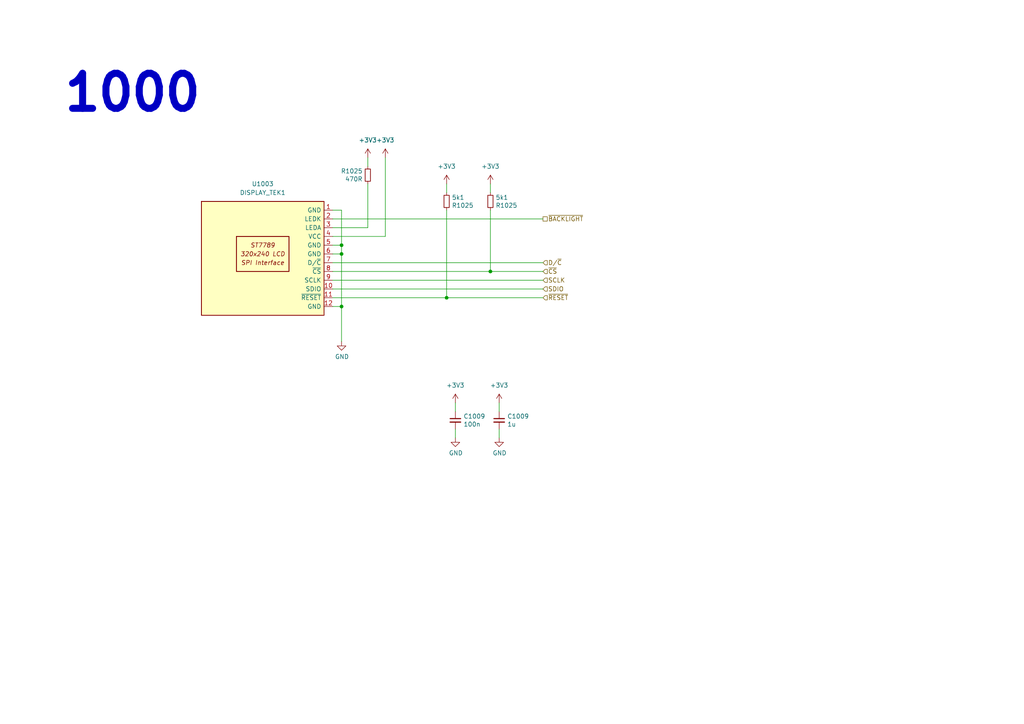
<source format=kicad_sch>
(kicad_sch (version 20230121) (generator eeschema)
  (paper "A4")
  (lib_symbols
    (symbol "power:+3V3" (power) (pin_names (offset 0))
      (property "Value" "+3V3" (at 0 3.556 0))
      (symbol "+3V3_0_1"
        (polyline (pts (xy -0.762 1.27) (xy 0 2.54)))
        (polyline (pts (xy 0 0) (xy 0 2.54)))
        (polyline (pts (xy 0 2.54) (xy 0.762 1.27)))
      )
      (symbol "+3V3_1_1"
        (pin power_in line (at 0 0 90) (length 0) hide (name "+3V3") (number "1"))
      )
    )
    (symbol "power:GND" (power) (pin_names (offset 0))
      (property "Value" "GND" (at 0 -3.81 0))
      (symbol "GND_0_1"
        (polyline (pts (xy 0 0) (xy 0 -1.27) (xy 1.27 -1.27) (xy 0 -2.54) (xy -1.27 -1.27) (xy 0 -1.27)))
      )
      (symbol "GND_1_1"
        (pin power_in line (at 0 0 270) (length 0) hide (name "GND") (number "1"))
      )
    )
    (symbol "suku_basics:CAP" (pin_numbers hide) (pin_names (offset 0.254) hide)
      (property "Reference" "C" (at 0.254 1.778 0))
      (symbol "CAP_0_1"
        (polyline (pts (xy -1.524 -0.508) (xy 1.524 -0.508)) (stroke (width 0.3302)))
        (polyline (pts (xy -1.524 0.508) (xy 1.524 0.508)) (stroke (width 0.3048)))
      )
      (symbol "CAP_1_1"
        (pin passive line (at 0 2.54 270) (length 2.032) (name "~") (number "1"))
        (pin passive line (at 0 -2.54 90) (length 2.032) (name "~") (number "2"))
      )
    )
    (symbol "suku_basics:DISPLAY_TEK1" (pin_names (offset 0.762))
      (property "Reference" "U" (at -17.78 20.32 0))
      (property "Value" "DISPLAY_TEK1" (at -10.16 20.32 0))
      (symbol "DISPLAY_TEK1_0_0"
        (text "320x240 LCD" (at 0 0 0) (effects (font (size 1.27 1.27) italic)))
      )
      (symbol "DISPLAY_TEK1_0_1"
        (rectangle (start -17.78 15.24) (end 17.78 -17.78) (stroke (width 0.254)) (fill (type background)))
        (rectangle (start -7.62 5.08) (end 7.62 -5.08) (stroke (width 0.254)))
      )
      (symbol "DISPLAY_TEK1_1_0"
        (text "SPI Interface" (at 0 -2.54 0) (effects (font (size 1.27 1.27) italic)))
        (text "ST7789" (at 0 2.54 0) (effects (font (size 1.27 1.27) italic)))
      )
      (symbol "DISPLAY_TEK1_1_1"
        (pin power_in line (at 20.32 12.7 180) (length 2.54) (name "GND") (number "1"))
        (pin input line (at 20.32 -10.16 180) (length 2.54) (name "SDIO") (number "10"))
        (pin input line (at 20.32 -12.7 180) (length 2.54) (name "~{RESET}") (number "11"))
        (pin power_in line (at 20.32 -15.24 180) (length 2.54) (name "GND") (number "12"))
        (pin passive line (at 20.32 10.16 180) (length 2.54) (name "LEDK") (number "2"))
        (pin passive line (at 20.32 7.62 180) (length 2.54) (name "LEDA") (number "3"))
        (pin power_in line (at 20.32 5.08 180) (length 2.54) (name "VCC") (number "4"))
        (pin power_in line (at 20.32 2.54 180) (length 2.54) (name "GND") (number "5"))
        (pin power_in line (at 20.32 0 180) (length 2.54) (name "GND") (number "6"))
        (pin input line (at 20.32 -2.54 180) (length 2.54) (name "D/~{C}") (number "7"))
        (pin input line (at 20.32 -5.08 180) (length 2.54) (name "~{CS}") (number "8"))
        (pin input line (at 20.32 -7.62 180) (length 2.54) (name "SCLK") (number "9"))
      )
    )
    (symbol "suku_basics:RES" (pin_numbers hide) (pin_names (offset 0.254) hide)
      (property "Reference" "R" (at 0.762 0.508 0))
      (symbol "RES_1_1"
        (rectangle (start -0.762 1.778) (end 0.762 -1.778) (stroke (width 0.2032)))
        (pin passive line (at 0 2.54 270) (length 0.762) (name "~") (number "1"))
        (pin passive line (at 0 -2.54 90) (length 0.762) (name "~") (number "2"))
      )
    )
  )
  (junction (at 99.06 71.12))
  (junction (at 142.24 78.74))
  (junction (at 99.06 73.66))
  (junction (at 99.06 88.9))
  (junction (at 129.54 86.36))
  (wire (pts (xy 96.52 78.74) (xy 142.24 78.74)))
  (wire (pts (xy 142.24 53.34) (xy 142.24 55.88)))
  (wire (pts (xy 111.76 68.58) (xy 96.52 68.58)))
  (wire (pts (xy 144.78 116.84) (xy 144.78 119.38)))
  (wire (pts (xy 142.24 60.96) (xy 142.24 78.74)))
  (wire (pts (xy 132.08 124.46) (xy 132.08 127)))
  (wire (pts (xy 96.52 63.5) (xy 157.48 63.5)))
  (wire (pts (xy 142.24 78.74) (xy 157.48 78.74)))
  (wire (pts (xy 106.68 45.72) (xy 106.68 48.26)))
  (wire (pts (xy 144.78 124.46) (xy 144.78 127)))
  (wire (pts (xy 99.06 60.96) (xy 96.52 60.96)))
  (wire (pts (xy 99.06 71.12) (xy 99.06 73.66)))
  (wire (pts (xy 129.54 53.34) (xy 129.54 55.88)))
  (wire (pts (xy 96.52 71.12) (xy 99.06 71.12)))
  (wire (pts (xy 99.06 60.96) (xy 99.06 71.12)))
  (wire (pts (xy 106.68 66.04) (xy 96.52 66.04)))
  (wire (pts (xy 106.68 53.34) (xy 106.68 66.04)))
  (wire (pts (xy 96.52 73.66) (xy 99.06 73.66)))
  (wire (pts (xy 111.76 45.72) (xy 111.76 68.58)))
  (wire (pts (xy 132.08 116.84) (xy 132.08 119.38)))
  (wire (pts (xy 99.06 73.66) (xy 99.06 88.9)))
  (wire (pts (xy 129.54 60.96) (xy 129.54 86.36)))
  (wire (pts (xy 96.52 76.2) (xy 157.48 76.2)))
  (wire (pts (xy 129.54 86.36) (xy 157.48 86.36)))
  (wire (pts (xy 99.06 99.06) (xy 99.06 88.9)))
  (wire (pts (xy 96.52 81.28) (xy 157.48 81.28)))
  (wire (pts (xy 96.52 83.82) (xy 157.48 83.82)))
  (wire (pts (xy 96.52 86.36) (xy 129.54 86.36)))
  (wire (pts (xy 99.06 88.9) (xy 96.52 88.9)))
  (text "1000" (at 17.78 33.02 0) (effects (font (size 10.16 10.16) (thickness 2.032) bold) (justify left bottom)))
  (hierarchical_label "D{slash}~{C}" (shape input) (at 157.48 76.2 0))
  (hierarchical_label "SCLK" (shape input) (at 157.48 81.28 0))
  (hierarchical_label "SDIO" (shape input) (at 157.48 83.82 0))
  (hierarchical_label "~{CS}" (shape input) (at 157.48 78.74 0))
  (hierarchical_label "~{RESET}" (shape input) (at 157.48 86.36 0))
  (hierarchical_label "~{BACKLIGHT}" (shape passive) (at 157.48 63.5 0))
  (symbol (lib_id "power:+3V3") (at 142.24 53.34 0) (unit 1)
    (property "Reference" "#PWR01010" (effects hide))
    (property "Value" "+3V3" (at 142.24 48.26 0))
    (instances (project "PCBA-TEK1" (path "" (reference "#PWR01010") (unit 1)) (path "" (reference "#PWR01022") (unit 1)) (path "" (reference "#PWR01028") (unit 1))))
  )
  (symbol (lib_id "power:GND") (at 99.06 99.06 0) (unit 1)
    (property "Reference" "#PWR01011" (effects hide))
    (property "Value" "GND" (at 99.187 103.4542 0))
    (instances (project "PCBA-TEK1" (path "" (reference "#PWR01011") (unit 1)) (path "" (reference "#PWR01023") (unit 1)) (path "" (reference "#PWR01027") (unit 1))))
  )
  (symbol (lib_id "power:GND") (at 144.78 127 0) (unit 1)
    (property "Reference" "#PWR01011" (effects hide))
    (property "Value" "GND" (at 144.907 131.3942 0))
    (instances (project "PCBA-TEK1" (path "" (reference "#PWR01011") (unit 1)) (path "" (reference "#PWR01023") (unit 1)) (path "" (reference "#PWR01032") (unit 1))))
  )
  (symbol (lib_id "suku_basics:CAP") (at 132.08 121.92 0) (unit 1)
    (property "Reference" "C1009" (at 134.4168 120.7516 0) (effects (justify left)))
    (property "Value" "100n" (at 134.4168 123.063 0) (effects (justify left)))
    (property "Footprint" "suku_basics:CAP_0402" (effects hide))
    (instances (project "PCBA-TEK1" (path "" (reference "C1009") (unit 1)) (path "" (reference "C1018") (unit 1)) (path "" (reference "C1019") (unit 1))))
  )
  (symbol (lib_id "power:+3V3") (at 129.54 53.34 0) (unit 1)
    (property "Reference" "#PWR01010" (effects hide))
    (property "Value" "+3V3" (at 129.54 48.26 0))
    (instances (project "PCBA-TEK1" (path "" (reference "#PWR01010") (unit 1)) (path "" (reference "#PWR01022") (unit 1)) (path "" (reference "#PWR01042") (unit 1))))
  )
  (symbol (lib_id "suku_basics:CAP") (at 144.78 121.92 0) (unit 1)
    (property "Reference" "C1009" (at 147.1168 120.7516 0) (effects (justify left)))
    (property "Value" "1u" (at 147.1168 123.063 0) (effects (justify left)))
    (property "Footprint" "suku_basics:CAP_0402" (effects hide))
    (instances (project "PCBA-TEK1" (path "" (reference "C1009") (unit 1)) (path "" (reference "C1018") (unit 1)) (path "" (reference "C1020") (unit 1))))
  )
  (symbol (lib_id "power:+3V3") (at 111.76 45.72 0) (unit 1)
    (property "Reference" "#PWR01010" (effects hide))
    (property "Value" "+3V3" (at 111.76 40.64 0))
    (instances (project "PCBA-TEK1" (path "" (reference "#PWR01010") (unit 1)) (path "" (reference "#PWR01022") (unit 1)) (path "" (reference "#PWR01026") (unit 1))))
  )
  (symbol (lib_id "suku_basics:RES") (at 129.54 58.42 0) (mirror x) (unit 1)
    (property "Reference" "R1025" (at 131.0386 59.5884 0) (effects (justify left)))
    (property "Value" "5k1" (at 131.0386 57.277 0) (effects (justify left)))
    (property "Footprint" "suku_basics:RES_0402" (effects hide))
    (instances (project "PCBA-TEK1" (path "" (reference "R1025") (unit 1)) (path "" (reference "R1026") (unit 1))))
  )
  (symbol (lib_id "suku_basics:RES") (at 142.24 58.42 0) (mirror x) (unit 1)
    (property "Reference" "R1025" (at 143.7386 59.5884 0) (effects (justify left)))
    (property "Value" "5k1" (at 143.7386 57.277 0) (effects (justify left)))
    (property "Footprint" "suku_basics:RES_0402" (effects hide))
    (instances (project "PCBA-TEK1" (path "" (reference "R1025") (unit 1)) (path "" (reference "R1018") (unit 1))))
  )
  (symbol (lib_id "power:GND") (at 132.08 127 0) (unit 1)
    (property "Reference" "#PWR01011" (effects hide))
    (property "Value" "GND" (at 132.207 131.3942 0))
    (instances (project "PCBA-TEK1" (path "" (reference "#PWR01011") (unit 1)) (path "" (reference "#PWR01023") (unit 1)) (path "" (reference "#PWR01031") (unit 1))))
  )
  (symbol (lib_id "suku_basics:RES") (at 106.68 50.8 0) (mirror y) (unit 1)
    (property "Reference" "R1025" (at 105.1814 49.6316 0) (effects (justify left)))
    (property "Value" "470R" (at 105.1814 51.943 0) (effects (justify left)))
    (property "Footprint" "suku_basics:RES_0402" (effects hide))
    (instances (project "PCBA-TEK1" (path "" (reference "R1025") (unit 1)) (path "" (reference "R1017") (unit 1))))
  )
  (symbol (lib_id "power:+3V3") (at 106.68 45.72 0) (unit 1)
    (property "Reference" "#PWR01010" (effects hide))
    (property "Value" "+3V3" (at 106.68 40.64 0))
    (instances (project "PCBA-TEK1" (path "" (reference "#PWR01010") (unit 1)) (path "" (reference "#PWR01022") (unit 1)) (path "" (reference "#PWR01025") (unit 1))))
  )
  (symbol (lib_id "power:+3V3") (at 132.08 116.84 0) (unit 1)
    (property "Reference" "#PWR01010" (effects hide))
    (property "Value" "+3V3" (at 132.08 111.76 0))
    (instances (project "PCBA-TEK1" (path "" (reference "#PWR01010") (unit 1)) (path "" (reference "#PWR01022") (unit 1)) (path "" (reference "#PWR01029") (unit 1))))
  )
  (symbol (lib_id "power:+3V3") (at 144.78 116.84 0) (unit 1)
    (property "Reference" "#PWR01010" (effects hide))
    (property "Value" "+3V3" (at 144.78 111.76 0))
    (instances (project "PCBA-TEK1" (path "" (reference "#PWR01010") (unit 1)) (path "" (reference "#PWR01022") (unit 1)) (path "" (reference "#PWR01030") (unit 1))))
  )
  (symbol (lib_id "suku_basics:DISPLAY_TEK1") (at 76.2 73.66 0) (unit 1)
    (property "Reference" "U1003" (at 76.2 53.34 0))
    (property "Value" "DISPLAY_TEK1" (at 76.2 55.88 0))
    (property "Footprint" "suku_basics:Display_TEK1" (effects hide))
    (property "Datasheet" "https://www.buydisplay.com/2-inch-ips-tft-lcd-display-ips-panel-screen-240x320-for-smart-watch" (effects hide))
  )
)
</source>
